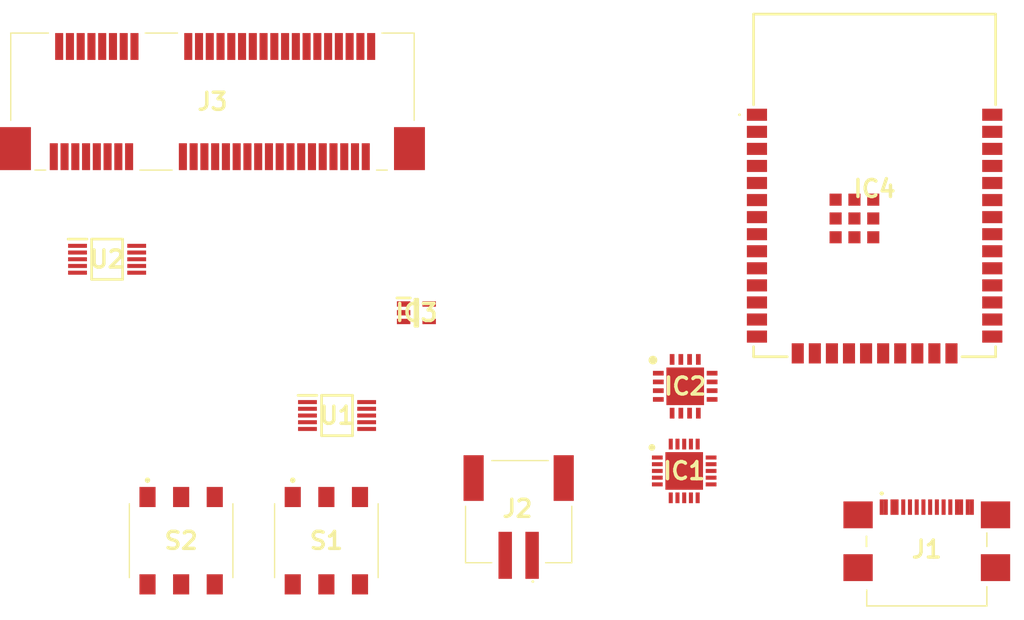
<source format=kicad_pcb>
(kicad_pcb (version 20211014) (generator pcbnew)
  (layers (0 "F.Cu" signal) (31 "B.Cu" signal) (34 "B.Paste" user) (35 "F.Paste" user) (36 "B.SilkS" user "B.Silkscreen") (37 "F.SilkS" user "F.Silkscreen") (38 "B.Mask" user) (39 "F.Mask" user) (44 "Edge.Cuts" user))
  (net 0 "")
  (net 163 "GND")
  (net 164 "5V_USB_C")
  (net 165 "CC1")
  (net 166 "Dp1")
  (net 167 "Dn1")
  (net 168 "SBU1")
  (net 169 "CC2")
  (net 170 "Dp2")
  (net 171 "Dn2")
  (net 172 "SBU2")
  (footprint "SAMACSYS:ESP32WROOM32EN8" (layer "F.Cu") (at 141.46 61.22)
    (fp_text reference "IC4" (at 0 0.25) (layer "F.SilkS") (effects (font (size 1.27 1.27) (thickness 0.254))))
    (fp_text value "ESP32-WROOM-32E-N8" hide)
    (fp_line (start 9 12) (end 9 12.75) (layer "F.SilkS") (width 0.2))
    (fp_line (start -10.1 -5.26) (end -10.1 -5.26) (layer "F.SilkS") (width 0.1))
    (fp_line (start 9 12.75) (end 6.5 12.75) (layer "F.SilkS") (width 0.2))
    (fp_line (start -9 -6) (end -9 -12.75) (layer "F.SilkS") (width 0.2))
    (fp_line (start -9 -12.75) (end 9 -12.75) (layer "F.SilkS") (width 0.2))
    (fp_line (start -6.5 12.75) (end -9 12.75) (layer "F.SilkS") (width 0.2))
    (fp_line (start 9 -12.75) (end 9 -6) (layer "F.SilkS") (width 0.2))
    (fp_line (start -10 -5.26) (end -10 -5.26) (layer "F.SilkS") (width 0.1))
    (fp_line (start -9 12.75) (end -9 12) (layer "F.SilkS") (width 0.2))
    (fp_arc (start -10.1 -5.26) (mid -10.05 -5.31) (end -10 -5.26) (layer "F.SilkS") (width 0.1))
    (fp_arc (start -10 -5.26) (mid -10.05 -5.21) (end -10.1 -5.26) (layer "F.SilkS") (width 0.1))
    (pad "1" smd rect locked (at -8.75 -5.26 90) (size 0.9 1.5) (layers "F.Cu" "F.Paste" "F.Mask"))
    (pad "2" smd rect locked (at -8.75 -3.99 90) (size 0.9 1.5) (layers "F.Cu" "F.Paste" "F.Mask"))
    (pad "3" smd rect locked (at -8.75 -2.72 90) (size 0.9 1.5) (layers "F.Cu" "F.Paste" "F.Mask"))
    (pad "4" smd rect locked (at -8.75 -1.45 90) (size 0.9 1.5) (layers "F.Cu" "F.Paste" "F.Mask"))
    (pad "5" smd rect locked (at -8.75 -0.18 90) (size 0.9 1.5) (layers "F.Cu" "F.Paste" "F.Mask"))
    (pad "6" smd rect locked (at -8.75 1.09 90) (size 0.9 1.5) (layers "F.Cu" "F.Paste" "F.Mask"))
    (pad "7" smd rect locked (at -8.75 2.36 90) (size 0.9 1.5) (layers "F.Cu" "F.Paste" "F.Mask"))
    (pad "8" smd rect locked (at -8.75 3.63 90) (size 0.9 1.5) (layers "F.Cu" "F.Paste" "F.Mask"))
    (pad "9" smd rect locked (at -8.75 4.9 90) (size 0.9 1.5) (layers "F.Cu" "F.Paste" "F.Mask"))
    (pad "10" smd rect locked (at -8.75 6.17 90) (size 0.9 1.5) (layers "F.Cu" "F.Paste" "F.Mask"))
    (pad "11" smd rect locked (at -8.75 7.44 90) (size 0.9 1.5) (layers "F.Cu" "F.Paste" "F.Mask"))
    (pad "12" smd rect locked (at -8.75 8.71 90) (size 0.9 1.5) (layers "F.Cu" "F.Paste" "F.Mask"))
    (pad "13" smd rect locked (at -8.75 9.98 90) (size 0.9 1.5) (layers "F.Cu" "F.Paste" "F.Mask"))
    (pad "14" smd rect locked (at -8.75 11.25 90) (size 0.9 1.5) (layers "F.Cu" "F.Paste" "F.Mask"))
    (pad "15" smd rect locked (at -5.715 12.5) (size 0.9 1.5) (layers "F.Cu" "F.Paste" "F.Mask"))
    (pad "16" smd rect locked (at -4.445 12.5) (size 0.9 1.5) (layers "F.Cu" "F.Paste" "F.Mask"))
    (pad "17" smd rect locked (at -3.175 12.5) (size 0.9 1.5) (layers "F.Cu" "F.Paste" "F.Mask"))
    (pad "18" smd rect locked (at -1.905 12.5) (size 0.9 1.5) (layers "F.Cu" "F.Paste" "F.Mask"))
    (pad "19" smd rect locked (at -0.635 12.5) (size 0.9 1.5) (layers "F.Cu" "F.Paste" "F.Mask"))
    (pad "20" smd rect locked (at 0.635 12.5) (size 0.9 1.5) (layers "F.Cu" "F.Paste" "F.Mask"))
    (pad "21" smd rect locked (at 1.905 12.5) (size 0.9 1.5) (layers "F.Cu" "F.Paste" "F.Mask"))
    (pad "22" smd rect locked (at 3.175 12.5) (size 0.9 1.5) (layers "F.Cu" "F.Paste" "F.Mask"))
    (pad "23" smd rect locked (at 4.445 12.5) (size 0.9 1.5) (layers "F.Cu" "F.Paste" "F.Mask"))
    (pad "24" smd rect locked (at 5.715 12.5) (size 0.9 1.5) (layers "F.Cu" "F.Paste" "F.Mask"))
    (pad "25" smd rect locked (at 8.75 11.25 90) (size 0.9 1.5) (layers "F.Cu" "F.Paste" "F.Mask"))
    (pad "26" smd rect locked (at 8.75 9.98 90) (size 0.9 1.5) (layers "F.Cu" "F.Paste" "F.Mask"))
    (pad "27" smd rect locked (at 8.75 8.71 90) (size 0.9 1.5) (layers "F.Cu" "F.Paste" "F.Mask"))
    (pad "28" smd rect locked (at 8.75 7.44 90) (size 0.9 1.5) (layers "F.Cu" "F.Paste" "F.Mask"))
    (pad "29" smd rect locked (at 8.75 6.17 90) (size 0.9 1.5) (layers "F.Cu" "F.Paste" "F.Mask"))
    (pad "30" smd rect locked (at 8.75 4.9 90) (size 0.9 1.5) (layers "F.Cu" "F.Paste" "F.Mask"))
    (pad "31" smd rect locked (at 8.75 3.63 90) (size 0.9 1.5) (layers "F.Cu" "F.Paste" "F.Mask"))
    (pad "32" smd rect locked (at 8.75 2.36 90) (size 0.9 1.5) (layers "F.Cu" "F.Paste" "F.Mask"))
    (pad "33" smd rect locked (at 8.75 1.09 90) (size 0.9 1.5) (layers "F.Cu" "F.Paste" "F.Mask"))
    (pad "34" smd rect locked (at 8.75 -0.18 90) (size 0.9 1.5) (layers "F.Cu" "F.Paste" "F.Mask"))
    (pad "35" smd rect locked (at 8.75 -1.45 90) (size 0.9 1.5) (layers "F.Cu" "F.Paste" "F.Mask"))
    (pad "36" smd rect locked (at 8.75 -2.72 90) (size 0.9 1.5) (layers "F.Cu" "F.Paste" "F.Mask"))
    (pad "37" smd rect locked (at 8.75 -3.99 90) (size 0.9 1.5) (layers "F.Cu" "F.Paste" "F.Mask"))
    (pad "38" smd rect locked (at 8.75 -5.26 90) (size 0.9 1.5) (layers "F.Cu" "F.Paste" "F.Mask"))
    (pad "39" smd rect locked (at -2.9 1.06 90) (size 0.9 0.9) (layers "F.Cu" "F.Paste" "F.Mask"))
    (pad "40" smd rect locked (at -2.9 2.46 90) (size 0.9 0.9) (layers "F.Cu" "F.Paste" "F.Mask"))
    (pad "41" smd rect locked (at -2.9 3.86 90) (size 0.9 0.9) (layers "F.Cu" "F.Paste" "F.Mask"))
    (pad "42" smd rect locked (at -1.5 3.86 90) (size 0.9 0.9) (layers "F.Cu" "F.Paste" "F.Mask"))
    (pad "43" smd rect locked (at -0.1 3.86 90) (size 0.9 0.9) (layers "F.Cu" "F.Paste" "F.Mask"))
    (pad "44" smd rect locked (at -0.1 2.46 90) (size 0.9 0.9) (layers "F.Cu" "F.Paste" "F.Mask"))
    (pad "45" smd rect locked (at -0.1 1.06 90) (size 0.9 0.9) (layers "F.Cu" "F.Paste" "F.Mask"))
    (pad "46" smd rect locked (at -1.5 1.06 90) (size 0.9 0.9) (layers "F.Cu" "F.Paste" "F.Mask"))
    (pad "47" smd rect locked (at -1.5 2.46 90) (size 0.9 0.9) (layers "F.Cu" "F.Paste" "F.Mask"))
  )
  (footprint "SAMACSYS:QFN50P400X400X100-21N-D" (layer "F.Cu") (at 127.3 82.47)
    (fp_text reference "IC1" (at 0 0) (layer "F.SilkS") (effects (font (size 1.27 1.27) (thickness 0.254))))
    (fp_text value "MCP73871-2CCI_ML" hide)
    (fp_circle (center -2.4 -1.75) (end -2.4 -1.625) (layer "F.SilkS") (width 0.25) (fill none))
    (pad "1" smd rect locked (at -2 -1 90) (size 0.3 0.8) (layers "F.Cu" "F.Paste" "F.Mask"))
    (pad "2" smd rect locked (at -2 -0.5 90) (size 0.3 0.8) (layers "F.Cu" "F.Paste" "F.Mask"))
    (pad "3" smd rect locked (at -2 0 90) (size 0.3 0.8) (layers "F.Cu" "F.Paste" "F.Mask"))
    (pad "4" smd rect locked (at -2 0.5 90) (size 0.3 0.8) (layers "F.Cu" "F.Paste" "F.Mask"))
    (pad "5" smd rect locked (at -2 1 90) (size 0.3 0.8) (layers "F.Cu" "F.Paste" "F.Mask"))
    (pad "6" smd rect locked (at -1 2) (size 0.3 0.8) (layers "F.Cu" "F.Paste" "F.Mask"))
    (pad "7" smd rect locked (at -0.5 2) (size 0.3 0.8) (layers "F.Cu" "F.Paste" "F.Mask"))
    (pad "8" smd rect locked (at 0 2) (size 0.3 0.8) (layers "F.Cu" "F.Paste" "F.Mask"))
    (pad "9" smd rect locked (at 0.5 2) (size 0.3 0.8) (layers "F.Cu" "F.Paste" "F.Mask"))
    (pad "10" smd rect locked (at 1 2) (size 0.3 0.8) (layers "F.Cu" "F.Paste" "F.Mask"))
    (pad "11" smd rect locked (at 2 1 90) (size 0.3 0.8) (layers "F.Cu" "F.Paste" "F.Mask"))
    (pad "12" smd rect locked (at 2 0.5 90) (size 0.3 0.8) (layers "F.Cu" "F.Paste" "F.Mask"))
    (pad "13" smd rect locked (at 2 0 90) (size 0.3 0.8) (layers "F.Cu" "F.Paste" "F.Mask"))
    (pad "14" smd rect locked (at 2 -0.5 90) (size 0.3 0.8) (layers "F.Cu" "F.Paste" "F.Mask"))
    (pad "15" smd rect locked (at 2 -1 90) (size 0.3 0.8) (layers "F.Cu" "F.Paste" "F.Mask"))
    (pad "16" smd rect locked (at 1 -2) (size 0.3 0.8) (layers "F.Cu" "F.Paste" "F.Mask"))
    (pad "17" smd rect locked (at 0.5 -2) (size 0.3 0.8) (layers "F.Cu" "F.Paste" "F.Mask"))
    (pad "18" smd rect locked (at 0 -2) (size 0.3 0.8) (layers "F.Cu" "F.Paste" "F.Mask"))
    (pad "19" smd rect locked (at -0.5 -2) (size 0.3 0.8) (layers "F.Cu" "F.Paste" "F.Mask"))
    (pad "20" smd rect locked (at -1 -2) (size 0.3 0.8) (layers "F.Cu" "F.Paste" "F.Mask"))
    (pad "21" smd rect locked (at 0 0) (size 2.8 2.8) (layers "F.Cu" "F.Paste" "F.Mask"))
  )
  (footprint "SAMACSYS:SOT65P210X110-5N" (layer "F.Cu") (at 107.385 70.695)
    (fp_text reference "IC3" (at 0 0) (layer "F.SilkS") (effects (font (size 1.27 1.27) (thickness 0.254))))
    (fp_text value "SC573V33RTRC" hide)
    (fp_line (start -1.45 -1.1) (end -0.45 -1.1) (layer "F.SilkS") (width 0.2))
    (fp_line (start 0.1 -1) (end 0.1 1) (layer "F.SilkS") (width 0.2))
    (fp_line (start 0.1 1) (end -0.1 1) (layer "F.SilkS") (width 0.2))
    (fp_line (start -0.1 1) (end -0.1 -1) (layer "F.SilkS") (width 0.2))
    (fp_line (start -0.1 -1) (end 0.1 -1) (layer "F.SilkS") (width 0.2))
    (pad "1" smd rect locked (at -0.95 -0.65 90) (size 0.4 1) (layers "F.Cu" "F.Paste" "F.Mask"))
    (pad "2" smd rect locked (at -0.95 0 90) (size 0.4 1) (layers "F.Cu" "F.Paste" "F.Mask"))
    (pad "3" smd rect locked (at -0.95 0.65 90) (size 0.4 1) (layers "F.Cu" "F.Paste" "F.Mask"))
    (pad "4" smd rect locked (at 0.95 0.65 90) (size 0.4 1) (layers "F.Cu" "F.Paste" "F.Mask"))
    (pad "5" smd rect locked (at 0.95 -0.65 90) (size 0.4 1) (layers "F.Cu" "F.Paste" "F.Mask"))
  )
  (footprint "SAMACSYS:452403012014" (layer "F.Cu") (at 100.69 87.66)
    (fp_text reference "S1" (at 0 0) (layer "F.SilkS") (effects (font (size 1.27 1.27) (thickness 0.254))))
    (fp_text value "452403012014" hide)
    (fp_line (start 3.85 2.75) (end 3.85 -2.75) (layer "F.SilkS") (width 0.1))
    (fp_line (start -2.5 -4.4) (end -2.5 -4.4) (layer "F.SilkS") (width 0.2))
    (fp_line (start -2.5 -4.6) (end -2.5 -4.6) (layer "F.SilkS") (width 0.2))
    (fp_line (start -3.85 2.75) (end -3.85 -2.75) (layer "F.SilkS") (width 0.1))
    (fp_arc (start -2.5 -4.6) (mid -2.4 -4.5) (end -2.5 -4.4) (layer "F.SilkS") (width 0.2))
    (fp_arc (start -2.5 -4.4) (mid -2.6 -4.5) (end -2.5 -4.6) (layer "F.SilkS") (width 0.2))
    (pad "1" smd rect locked (at -2.5 -3.25) (size 1.2 1.5) (layers "F.Cu" "F.Paste" "F.Mask"))
    (pad "2" smd rect locked (at 0 -3.25) (size 1.2 1.5) (layers "F.Cu" "F.Paste" "F.Mask"))
    (pad "3" smd rect locked (at 2.5 -3.25) (size 1.2 1.5) (layers "F.Cu" "F.Paste" "F.Mask"))
    (pad "4" smd rect locked (at -2.5 3.25) (size 1.2 1.5) (layers "F.Cu" "F.Paste" "F.Mask"))
    (pad "5" smd rect locked (at 0 3.25) (size 1.2 1.5) (layers "F.Cu" "F.Paste" "F.Mask"))
    (pad "6" smd rect locked (at 2.5 3.25) (size 1.2 1.5) (layers "F.Cu" "F.Paste" "F.Mask"))
  )
  (footprint "SAMACSYS:67910-5700" (layer "F.Cu") (at 92.22 54.98)
    (fp_text reference "J3" (at 0 0) (layer "F.SilkS") (effects (font (size 1.27 1.27) (thickness 0.254))))
    (fp_text value "67910-0002" hide)
    (fp_line (start -15 -5.1) (end -15 1.4) (layer "F.SilkS") (width 0.1))
    (fp_line (start -2.6 -5.1) (end -5 -5.1) (layer "F.SilkS") (width 0.1))
    (fp_line (start 15 -5.1) (end 12.6 -5.1) (layer "F.SilkS") (width 0.1))
    (fp_line (start 12.2 5.1) (end 13 5.1) (layer "F.SilkS") (width 0.1))
    (fp_line (start -3 5.1) (end -5.4 5.1) (layer "F.SilkS") (width 0.1))
    (fp_line (start 15 -5.1) (end 15 1.4) (layer "F.SilkS") (width 0.1))
    (fp_line (start -15 -5.1) (end -12.2 -5.1) (layer "F.SilkS") (width 0.1))
    (fp_line (start -13.2 5.1) (end -12.4 5.1) (layer "F.SilkS") (width 0.1))
    (pad "" np_thru_hole circle locked (at -12.5 0) (size 1.6 1.6) (drill 1.6) (layers *.Cu *.Mask))
    (pad "" np_thru_hole circle locked (at 12.5 0) (size 1.1 1.1) (drill 1.1) (layers *.Cu *.Mask))
    (pad "1" smd rect locked (at -11.8 4.1) (size 0.6 2) (layers "F.Cu" "F.Paste" "F.Mask"))
    (pad "2" smd rect locked (at -11.4 -4.1) (size 0.6 2) (layers "F.Cu" "F.Paste" "F.Mask"))
    (pad "3" smd rect locked (at -11 4.1) (size 0.6 2) (layers "F.Cu" "F.Paste" "F.Mask"))
    (pad "4" smd rect locked (at -10.6 -4.1) (size 0.6 2) (layers "F.Cu" "F.Paste" "F.Mask"))
    (pad "5" smd rect locked (at -10.2 4.1) (size 0.6 2) (layers "F.Cu" "F.Paste" "F.Mask"))
    (pad "6" smd rect locked (at -9.8 -4.1) (size 0.6 2) (layers "F.Cu" "F.Paste" "F.Mask"))
    (pad "7" smd rect locked (at -9.4 4.1) (size 0.6 2) (layers "F.Cu" "F.Paste" "F.Mask"))
    (pad "8" smd rect locked (at -9 -4.1) (size 0.6 2) (layers "F.Cu" "F.Paste" "F.Mask"))
    (pad "9" smd rect locked (at -8.6 4.1) (size 0.6 2) (layers "F.Cu" "F.Paste" "F.Mask"))
    (pad "10" smd rect locked (at -8.2 -4.1) (size 0.6 2) (layers "F.Cu" "F.Paste" "F.Mask"))
    (pad "11" smd rect locked (at -7.8 4.1) (size 0.6 2) (layers "F.Cu" "F.Paste" "F.Mask"))
    (pad "12" smd rect locked (at -7.4 -4.1) (size 0.6 2) (layers "F.Cu" "F.Paste" "F.Mask"))
    (pad "13" smd rect locked (at -7 4.1) (size 0.6 2) (layers "F.Cu" "F.Paste" "F.Mask"))
    (pad "14" smd rect locked (at -6.6 -4.1) (size 0.6 2) (layers "F.Cu" "F.Paste" "F.Mask"))
    (pad "15" smd rect locked (at -6.2 4.1) (size 0.6 2) (layers "F.Cu" "F.Paste" "F.Mask"))
    (pad "16" smd rect locked (at -5.8 -4.1) (size 0.6 2) (layers "F.Cu" "F.Paste" "F.Mask"))
    (pad "17" smd rect locked (at -2.2 4.1) (size 0.6 2) (layers "F.Cu" "F.Paste" "F.Mask"))
    (pad "18" smd rect locked (at -1.8 -4.1) (size 0.6 2) (layers "F.Cu" "F.Paste" "F.Mask"))
    (pad "19" smd rect locked (at -1.4 4.1) (size 0.6 2) (layers "F.Cu" "F.Paste" "F.Mask"))
    (pad "20" smd rect locked (at -1 -4.1) (size 0.6 2) (layers "F.Cu" "F.Paste" "F.Mask"))
    (pad "21" smd rect locked (at -0.6 4.1) (size 0.6 2) (layers "F.Cu" "F.Paste" "F.Mask"))
    (pad "22" smd rect locked (at -0.2 -4.1) (size 0.6 2) (layers "F.Cu" "F.Paste" "F.Mask"))
    (pad "23" smd rect locked (at 0.2 4.1) (size 0.6 2) (layers "F.Cu" "F.Paste" "F.Mask"))
    (pad "24" smd rect locked (at 0.6 -4.1) (size 0.6 2) (layers "F.Cu" "F.Paste" "F.Mask"))
    (pad "25" smd rect locked (at 1 4.1) (size 0.6 2) (layers "F.Cu" "F.Paste" "F.Mask"))
    (pad "26" smd rect locked (at 1.4 -4.1) (size 0.6 2) (layers "F.Cu" "F.Paste" "F.Mask"))
    (pad "27" smd rect locked (at 1.8 4.1) (size 0.6 2) (layers "F.Cu" "F.Paste" "F.Mask"))
    (pad "28" smd rect locked (at 2.2 -4.1) (size 0.6 2) (layers "F.Cu" "F.Paste" "F.Mask"))
    (pad "29" smd rect locked (at 2.6 4.1) (size 0.6 2) (layers "F.Cu" "F.Paste" "F.Mask"))
    (pad "30" smd rect locked (at 3 -4.1) (size 0.6 2) (layers "F.Cu" "F.Paste" "F.Mask"))
    (pad "31" smd rect locked (at 3.4 4.1) (size 0.6 2) (layers "F.Cu" "F.Paste" "F.Mask"))
    (pad "32" smd rect locked (at 3.8 -4.1) (size 0.6 2) (layers "F.Cu" "F.Paste" "F.Mask"))
    (pad "33" smd rect locked (at 4.2 4.1) (size 0.6 2) (layers "F.Cu" "F.Paste" "F.Mask"))
    (pad "34" smd rect locked (at 4.6 -4.1) (size 0.6 2) (layers "F.Cu" "F.Paste" "F.Mask"))
    (pad "35" smd rect locked (at 5 4.1) (size 0.6 2) (layers "F.Cu" "F.Paste" "F.Mask"))
    (pad "36" smd rect locked (at 5.4 -4.1) (size 0.6 2) (layers "F.Cu" "F.Paste" "F.Mask"))
    (pad "37" smd rect locked (at 5.8 4.1) (size 0.6 2) (layers "F.Cu" "F.Paste" "F.Mask"))
    (pad "38" smd rect locked (at 6.2 -4.1) (size 0.6 2) (layers "F.Cu" "F.Paste" "F.Mask"))
    (pad "39" smd rect locked (at 6.6 4.1) (size 0.6 2) (layers "F.Cu" "F.Paste" "F.Mask"))
    (pad "40" smd rect locked (at 7 -4.1) (size 0.6 2) (layers "F.Cu" "F.Paste" "F.Mask"))
    (pad "41" smd rect locked (at 7.4 4.1) (size 0.6 2) (layers "F.Cu" "F.Paste" "F.Mask"))
    (pad "42" smd rect locked (at 7.8 -4.1) (size 0.6 2) (layers "F.Cu" "F.Paste" "F.Mask"))
    (pad "43" smd rect locked (at 8.2 4.1) (size 0.6 2) (layers "F.Cu" "F.Paste" "F.Mask"))
    (pad "44" smd rect locked (at 8.6 -4.1) (size 0.6 2) (layers "F.Cu" "F.Paste" "F.Mask"))
    (pad "45" smd rect locked (at 9 4.1) (size 0.6 2) (layers "F.Cu" "F.Paste" "F.Mask"))
    (pad "46" smd rect locked (at 9.4 -4.1) (size 0.6 2) (layers "F.Cu" "F.Paste" "F.Mask"))
    (pad "47" smd rect locked (at 9.8 4.1) (size 0.6 2) (layers "F.Cu" "F.Paste" "F.Mask"))
    (pad "48" smd rect locked (at 10.2 -4.1) (size 0.6 2) (layers "F.Cu" "F.Paste" "F.Mask"))
    (pad "49" smd rect locked (at 10.6 4.1) (size 0.6 2) (layers "F.Cu" "F.Paste" "F.Mask"))
    (pad "50" smd rect locked (at 11 -4.1) (size 0.6 2) (layers "F.Cu" "F.Paste" "F.Mask"))
    (pad "51" smd rect locked (at 11.4 4.1) (size 0.6 2) (layers "F.Cu" "F.Paste" "F.Mask"))
    (pad "52" smd rect locked (at 11.8 -4.1) (size 0.6 2) (layers "F.Cu" "F.Paste" "F.Mask"))
    (pad "53" smd rect locked (at -14.65 3.5) (size 2.3 3.2) (layers "F.Cu" "F.Paste" "F.Mask"))
    (pad "54" smd rect locked (at 14.65 3.5) (size 2.3 3.2) (layers "F.Cu" "F.Paste" "F.Mask"))
  )
  (footprint "SAMACSYS:SOP50P490X110-10N" (layer "F.Cu") (at 84.385 66.715)
    (fp_text reference "U2" (at 0 0) (layer "F.SilkS") (effects (font (size 1.27 1.27) (thickness 0.254))))
    (fp_text value "FSUSB42MUX" hide)
    (fp_line (start -2.9 -1.5) (end -1.5 -1.5) (layer "F.SilkS") (width 0.2))
    (fp_line (start 1.15 1.5) (end -1.15 1.5) (layer "F.SilkS") (width 0.2))
    (fp_line (start -1.15 -1.5) (end 1.15 -1.5) (layer "F.SilkS") (width 0.2))
    (fp_line (start -1.15 1.5) (end -1.15 -1.5) (layer "F.SilkS") (width 0.2))
    (fp_line (start 1.15 -1.5) (end 1.15 1.5) (layer "F.SilkS") (width 0.2))
    (pad "1" smd rect locked (at -2.2 -1 90) (size 0.3 1.4) (layers "F.Cu" "F.Paste" "F.Mask"))
    (pad "2" smd rect locked (at -2.2 -0.5 90) (size 0.3 1.4) (layers "F.Cu" "F.Paste" "F.Mask"))
    (pad "3" smd rect locked (at -2.2 0 90) (size 0.3 1.4) (layers "F.Cu" "F.Paste" "F.Mask"))
    (pad "4" smd rect locked (at -2.2 0.5 90) (size 0.3 1.4) (layers "F.Cu" "F.Paste" "F.Mask"))
    (pad "5" smd rect locked (at -2.2 1 90) (size 0.3 1.4) (layers "F.Cu" "F.Paste" "F.Mask"))
    (pad "6" smd rect locked (at 2.2 1 90) (size 0.3 1.4) (layers "F.Cu" "F.Paste" "F.Mask"))
    (pad "7" smd rect locked (at 2.2 0.5 90) (size 0.3 1.4) (layers "F.Cu" "F.Paste" "F.Mask"))
    (pad "8" smd rect locked (at 2.2 0 90) (size 0.3 1.4) (layers "F.Cu" "F.Paste" "F.Mask"))
    (pad "9" smd rect locked (at 2.2 -0.5 90) (size 0.3 1.4) (layers "F.Cu" "F.Paste" "F.Mask"))
    (pad "10" smd rect locked (at 2.2 -1 90) (size 0.3 1.4) (layers "F.Cu" "F.Paste" "F.Mask"))
  )
  (footprint "SAMACSYS:S2BPHSM4TBLFSN" (layer "F.Cu") (at 114.99 85.5)
    (fp_text reference "J2" (at -0.09 -0.23) (layer "F.SilkS") (effects (font (size 1.27 1.27) (thickness 0.254))))
    (fp_text value "S2B-PH-SM4-TB_LF__SN_" hide)
    (fp_line (start 3.95 -0.4) (end 3.95 3.8) (layer "F.SilkS") (width 0.1))
    (fp_line (start 1.1 5.2) (end 1.1 5.2) (layer "F.SilkS") (width 0.1))
    (fp_line (start 1 5.2) (end 1 5.2) (layer "F.SilkS") (width 0.1))
    (fp_line (start 3.95 3.8) (end 2 3.8) (layer "F.SilkS") (width 0.1))
    (fp_line (start -3.95 3.8) (end -3.95 -0.4) (layer "F.SilkS") (width 0.1))
    (fp_line (start 2.2 -3.8) (end -2 -3.8) (layer "F.SilkS") (width 0.1))
    (fp_line (start -2 3.8) (end -3.95 3.8) (layer "F.SilkS") (width 0.1))
    (fp_arc (start 1.1 5.2) (mid 1.05 5.25) (end 1 5.2) (layer "F.SilkS") (width 0.1))
    (fp_arc (start 1 5.2) (mid 1.05 5.15) (end 1.1 5.2) (layer "F.SilkS") (width 0.1))
    (pad "1" smd rect locked (at 1 3.25) (size 1 3.5) (layers "F.Cu" "F.Paste" "F.Mask"))
    (pad "2" smd rect locked (at -1 3.25) (size 1 3.5) (layers "F.Cu" "F.Paste" "F.Mask"))
    (pad "MP1" smd rect locked (at 3.35 -2.5) (size 1.5 3.4) (layers "F.Cu" "F.Paste" "F.Mask"))
    (pad "MP2" smd rect locked (at -3.35 -2.5) (size 1.5 3.4) (layers "F.Cu" "F.Paste" "F.Mask"))
  )
  (footprint "SAMACSYS:QFN65P400X400X100-17N" (layer "F.Cu") (at 127.3755 76.17)
    (fp_text reference "IC2" (at 0 0) (layer "F.SilkS") (effects (font (size 1.27 1.27) (thickness 0.254))))
    (fp_text value "TPS61090RSAR" hide)
    (fp_circle (center -2.4005 -1.95) (end -2.4005 -1.7875) (layer "F.SilkS") (width 0.325) (fill none))
    (pad "1" smd rect locked (at -2 -0.975 90) (size 0.35 0.8) (layers "F.Cu" "F.Paste" "F.Mask"))
    (pad "2" smd rect locked (at -2 -0.325 90) (size 0.35 0.8) (layers "F.Cu" "F.Paste" "F.Mask"))
    (pad "3" smd rect locked (at -2 0.325 90) (size 0.35 0.8) (layers "F.Cu" "F.Paste" "F.Mask"))
    (pad "4" smd rect locked (at -2 0.975 90) (size 0.35 0.8) (layers "F.Cu" "F.Paste" "F.Mask"))
    (pad "5" smd rect locked (at -0.975 2) (size 0.35 0.8) (layers "F.Cu" "F.Paste" "F.Mask"))
    (pad "6" smd rect locked (at -0.325 2) (size 0.35 0.8) (layers "F.Cu" "F.Paste" "F.Mask"))
    (pad "7" smd rect locked (at 0.325 2) (size 0.35 0.8) (layers "F.Cu" "F.Paste" "F.Mask"))
    (pad "8" smd rect locked (at 0.975 2) (size 0.35 0.8) (layers "F.Cu" "F.Paste" "F.Mask"))
    (pad "9" smd rect locked (at 2 0.975 90) (size 0.35 0.8) (layers "F.Cu" "F.Paste" "F.Mask"))
    (pad "10" smd rect locked (at 2 0.325 90) (size 0.35 0.8) (layers "F.Cu" "F.Paste" "F.Mask"))
    (pad "11" smd rect locked (at 2 -0.325 90) (size 0.35 0.8) (layers "F.Cu" "F.Paste" "F.Mask"))
    (pad "12" smd rect locked (at 2 -0.975 90) (size 0.35 0.8) (layers "F.Cu" "F.Paste" "F.Mask"))
    (pad "13" smd rect locked (at 0.975 -2) (size 0.35 0.8) (layers "F.Cu" "F.Paste" "F.Mask"))
    (pad "14" smd rect locked (at 0.325 -2) (size 0.35 0.8) (layers "F.Cu" "F.Paste" "F.Mask"))
    (pad "15" smd rect locked (at -0.325 -2) (size 0.35 0.8) (layers "F.Cu" "F.Paste" "F.Mask"))
    (pad "16" smd rect locked (at -0.975 -2) (size 0.35 0.8) (layers "F.Cu" "F.Paste" "F.Mask"))
    (pad "17" smd rect locked (at 0 0) (size 2.8 2.8) (layers "F.Cu" "F.Paste" "F.Mask"))
  )
  (footprint "SAMACSYS:USB4110GFA" (layer "F.Cu") (at 145.34 88.84)
    (fp_text reference "J1" (at 0 -0.536) (layer "F.SilkS") (effects (font (size 1.27 1.27) (thickness 0.254))))
    (fp_text value "USB4110-GF-A" hide)
    (fp_line (start -4.47 3.677) (end -4.47 2.5) (layer "F.SilkS") (width 0.1))
    (fp_line (start 4.47 2.25) (end 4.47 2.25) (layer "F.SilkS") (width 0.1))
    (fp_line (start 4.47 3.677) (end -4.47 3.677) (layer "F.SilkS") (width 0.1))
    (fp_line (start 4.47 -1.75) (end 4.47 -1.75) (layer "F.SilkS") (width 0.1))
    (fp_line (start -4.47 2.5) (end -4.47 2.5) (layer "F.SilkS") (width 0.1))
    (fp_line (start 4.47 -0.75) (end 4.47 -1.75) (layer "F.SilkS") (width 0.1))
    (fp_line (start -3.4 -4.7) (end -3.4 -4.7) (layer "F.SilkS") (width 0.2))
    (fp_line (start -4.47 2.5) (end -4.47 3.677) (layer "F.SilkS") (width 0.1))
    (fp_line (start -4.47 -0.75) (end -4.47 -1.5) (layer "F.SilkS") (width 0.1))
    (fp_line (start 4.47 3.677) (end 4.47 2.25) (layer "F.SilkS") (width 0.1))
    (fp_line (start -4.47 3.677) (end -4.47 3.677) (layer "F.SilkS") (width 0.1))
    (fp_line (start 4.47 3.677) (end 4.47 3.677) (layer "F.SilkS") (width 0.1))
    (fp_line (start 4.47 -1.75) (end 4.47 -0.75) (layer "F.SilkS") (width 0.1))
    (fp_line (start -4.47 -1.5) (end -4.5 -1.5) (layer "F.SilkS") (width 0.1))
    (fp_line (start -4.47 3.677) (end 4.47 3.677) (layer "F.SilkS") (width 0.1))
    (fp_line (start 4.47 -0.75) (end 4.47 -0.75) (layer "F.SilkS") (width 0.1))
    (fp_line (start 4.47 2.25) (end 4.47 3.677) (layer "F.SilkS") (width 0.1))
    (fp_line (start -3.3 -4.7) (end -3.3 -4.7) (layer "F.SilkS") (width 0.2))
    (fp_line (start 4.47 3.677) (end 4.47 3.677) (layer "F.SilkS") (width 0.1))
    (fp_line (start -4.47 3.677) (end -4.47 3.677) (layer "F.SilkS") (width 0.1))
    (fp_line (start -4.5 -0.75) (end -4.47 -0.75) (layer "F.SilkS") (width 0.1))
    (fp_line (start -4.5 -1.5) (end -4.5 -0.75) (layer "F.SilkS") (width 0.1))
    (fp_line (start -3.4 -4.7) (end -3.4 -4.7) (layer "F.SilkS") (width 0.2))
    (fp_arc (start -3.4 -4.7) (mid -3.35 -4.75) (end -3.3 -4.7) (layer "F.SilkS") (width 0.2))
    (fp_arc (start -3.3 -4.7) (mid -3.35 -4.65) (end -3.4 -4.7) (layer "F.SilkS") (width 0.2))
    (fp_arc (start -3.3 -4.7) (mid -3.35 -4.65) (end -3.4 -4.7) (layer "F.SilkS") (width 0.2))
    (pad "" np_thru_hole circle locked (at -2.89 -2.603) (size 0.65 0.65) (drill 0.65) (layers *.Cu *.Mask))
    (pad "" np_thru_hole circle locked (at 2.89 -2.603) (size 0.65 0.65) (drill 0.65) (layers *.Cu *.Mask))
    (pad "A1" smd rect locked (at -3.35 -3.678) (size 0.3 1.15) (layers "F.Cu" "F.Paste" "F.Mask") (net 163 "GND"))
    (pad "A4" smd rect locked (at -2.55 -3.678) (size 0.3 1.15) (layers "F.Cu" "F.Paste" "F.Mask") (net 164 "5V_USB_C"))
    (pad "A5" smd rect locked (at -1.25 -3.678) (size 0.3 1.15) (layers "F.Cu" "F.Paste" "F.Mask") (net 165 "CC1"))
    (pad "A6" smd rect locked (at -0.25 -3.678) (size 0.3 1.15) (layers "F.Cu" "F.Paste" "F.Mask") (net 166 "Dp1"))
    (pad "A7" smd rect locked (at 0.25 -3.678) (size 0.3 1.15) (layers "F.Cu" "F.Paste" "F.Mask") (net 167 "Dn1"))
    (pad "A8" smd rect locked (at 1.25 -3.678) (size 0.3 1.15) (layers "F.Cu" "F.Paste" "F.Mask") (net 168 "SBU1"))
    (pad "A9" smd rect locked (at 2.55 -3.678) (size 0.3 1.15) (layers "F.Cu" "F.Paste" "F.Mask") (net 164 "5V_USB_C"))
    (pad "A12" smd rect locked (at 3.35 -3.678) (size 0.3 1.15) (layers "F.Cu" "F.Paste" "F.Mask") (net 163 "GND"))
    (pad "B1" smd rect locked (at 3.05 -3.678) (size 0.3 1.15) (layers "F.Cu" "F.Paste" "F.Mask") (net 163 "GND"))
    (pad "B4" smd rect locked (at 2.25 -3.678) (size 0.3 1.15) (layers "F.Cu" "F.Paste" "F.Mask") (net 164 "5V_USB_C"))
    (pad "B5" smd rect locked (at 1.75 -3.678) (size 0.3 1.15) (layers "F.Cu" "F.Paste" "F.Mask") (net 169 "CC2"))
    (pad "B6" smd rect locked (at 0.75 -3.678) (size 0.3 1.15) (layers "F.Cu" "F.Paste" "F.Mask") (net 170 "Dp2"))
    (pad "B7" smd rect locked (at -0.75 -3.678) (size 0.3 1.15) (layers "F.Cu" "F.Paste" "F.Mask") (net 171 "Dn2"))
    (pad "B8" smd rect locked (at -1.75 -3.678) (size 0.3 1.15) (layers "F.Cu" "F.Paste" "F.Mask") (net 172 "SBU2"))
    (pad "B9" smd rect locked (at -2.25 -3.678) (size 0.3 1.15) (layers "F.Cu" "F.Paste" "F.Mask") (net 164 "5V_USB_C"))
    (pad "B12" smd rect locked (at -3.05 -3.678) (size 0.3 1.15) (layers "F.Cu" "F.Paste" "F.Mask") (net 163 "GND"))
    (pad "MP1" smd rect locked (at -5.11 0.827 90) (size 2 2.18) (layers "F.Cu" "F.Paste" "F.Mask") (net 163 "GND"))
    (pad "MP2" smd rect locked (at 5.11 0.827 90) (size 2 2.18) (layers "F.Cu" "F.Paste" "F.Mask") (net 163 "GND"))
    (pad "MP3" smd rect locked (at -5.11 -3.103 90) (size 2 2.18) (layers "F.Cu" "F.Paste" "F.Mask") (net 163 "GND"))
    (pad "MP4" smd rect locked (at 5.11 -3.103 90) (size 2 2.18) (layers "F.Cu" "F.Paste" "F.Mask") (net 163 "GND"))
  )
  (footprint "SAMACSYS:SOP50P490X110-10N" (layer "F.Cu") (at 101.485 78.345)
    (fp_text reference "U1" (at 0 0) (layer "F.SilkS") (effects (font (size 1.27 1.27) (thickness 0.254))))
    (fp_text value "FSUSB42MUX" hide)
    (fp_line (start 1.15 1.5) (end -1.15 1.5) (layer "F.SilkS") (width 0.2))
    (fp_line (start 1.15 -1.5) (end 1.15 1.5) (layer "F.SilkS") (width 0.2))
    (fp_line (start -1.15 1.5) (end -1.15 -1.5) (layer "F.SilkS") (width 0.2))
    (fp_line (start -2.9 -1.5) (end -1.5 -1.5) (layer "F.SilkS") (width 0.2))
    (fp_line (start -1.15 -1.5) (end 1.15 -1.5) (layer "F.SilkS") (width 0.2))
    (pad "1" smd rect locked (at -2.2 -1 90) (size 0.3 1.4) (layers "F.Cu" "F.Paste" "F.Mask"))
    (pad "2" smd rect locked (at -2.2 -0.5 90) (size 0.3 1.4) (layers "F.Cu" "F.Paste" "F.Mask"))
    (pad "3" smd rect locked (at -2.2 0 90) (size 0.3 1.4) (layers "F.Cu" "F.Paste" "F.Mask"))
    (pad "4" smd rect locked (at -2.2 0.5 90) (size 0.3 1.4) (layers "F.Cu" "F.Paste" "F.Mask"))
    (pad "5" smd rect locked (at -2.2 1 90) (size 0.3 1.4) (layers "F.Cu" "F.Paste" "F.Mask"))
    (pad "6" smd rect locked (at 2.2 1 90) (size 0.3 1.4) (layers "F.Cu" "F.Paste" "F.Mask"))
    (pad "7" smd rect locked (at 2.2 0.5 90) (size 0.3 1.4) (layers "F.Cu" "F.Paste" "F.Mask"))
    (pad "8" smd rect locked (at 2.2 0 90) (size 0.3 1.4) (layers "F.Cu" "F.Paste" "F.Mask"))
    (pad "9" smd rect locked (at 2.2 -0.5 90) (size 0.3 1.4) (layers "F.Cu" "F.Paste" "F.Mask"))
    (pad "10" smd rect locked (at 2.2 -1 90) (size 0.3 1.4) (layers "F.Cu" "F.Paste" "F.Mask"))
  )
  (footprint "SAMACSYS:452403012014" (layer "F.Cu") (at 89.89 87.66)
    (fp_text reference "S2" (at 0 0) (layer "F.SilkS") (effects (font (size 1.27 1.27) (thickness 0.254))))
    (fp_text value "452403012014" hide)
    (fp_line (start -2.5 -4.6) (end -2.5 -4.6) (layer "F.SilkS") (width 0.2))
    (fp_line (start 3.85 2.75) (end 3.85 -2.75) (layer "F.SilkS") (width 0.1))
    (fp_line (start -2.5 -4.4) (end -2.5 -4.4) (layer "F.SilkS") (width 0.2))
    (fp_line (start -3.85 2.75) (end -3.85 -2.75) (layer "F.SilkS") (width 0.1))
    (fp_arc (start -2.5 -4.6) (mid -2.4 -4.5) (end -2.5 -4.4) (layer "F.SilkS") (width 0.2))
    (fp_arc (start -2.5 -4.4) (mid -2.6 -4.5) (end -2.5 -4.6) (layer "F.SilkS") (width 0.2))
    (pad "1" smd rect locked (at -2.5 -3.25) (size 1.2 1.5) (layers "F.Cu" "F.Paste" "F.Mask"))
    (pad "2" smd rect locked (at 0 -3.25) (size 1.2 1.5) (layers "F.Cu" "F.Paste" "F.Mask"))
    (pad "3" smd rect locked (at 2.5 -3.25) (size 1.2 1.5) (layers "F.Cu" "F.Paste" "F.Mask"))
    (pad "4" smd rect locked (at -2.5 3.25) (size 1.2 1.5) (layers "F.Cu" "F.Paste" "F.Mask"))
    (pad "5" smd rect locked (at 0 3.25) (size 1.2 1.5) (layers "F.Cu" "F.Paste" "F.Mask"))
    (pad "6" smd rect locked (at 2.5 3.25) (size 1.2 1.5) (layers "F.Cu" "F.Paste" "F.Mask"))
  )
)
</source>
